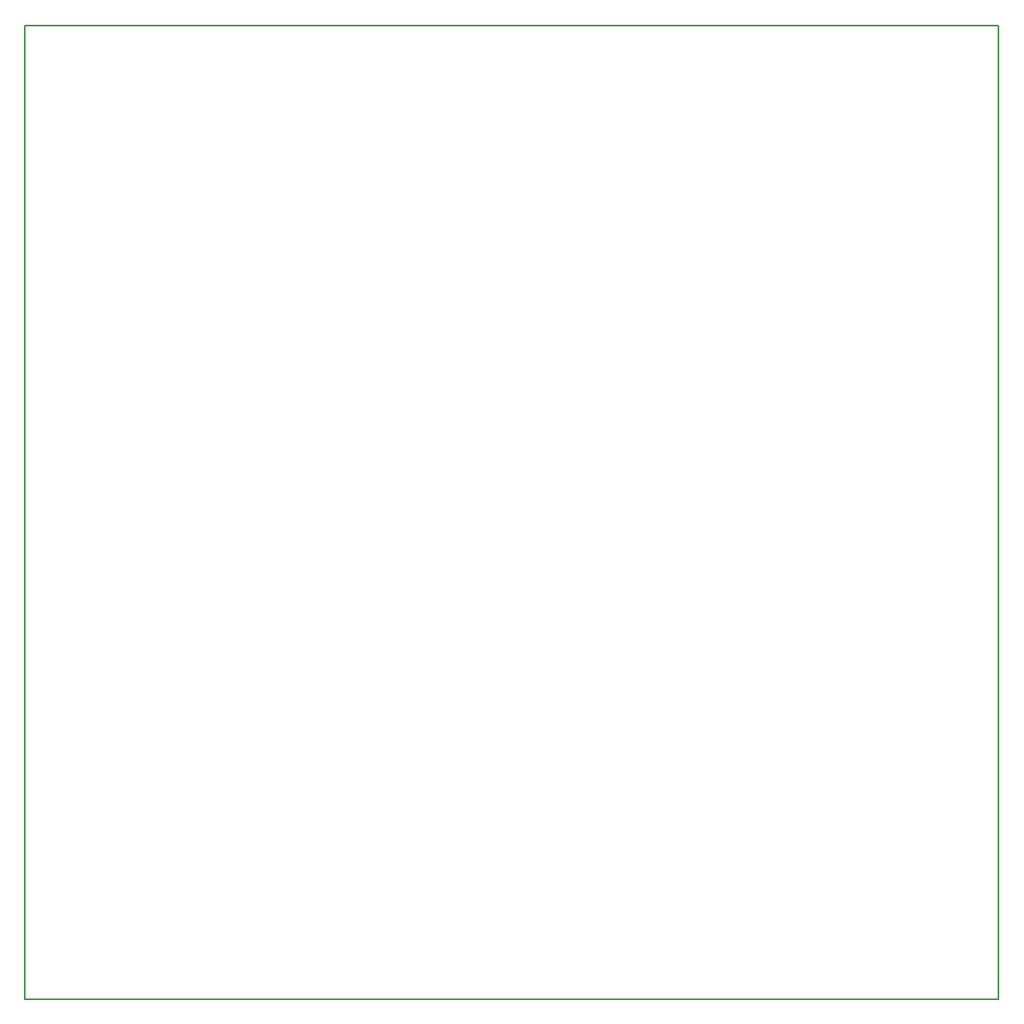
<source format=gm1>
G04 #@! TF.GenerationSoftware,KiCad,Pcbnew,5.1.12*
G04 #@! TF.CreationDate,2023-02-04T16:13:27-07:00*
G04 #@! TF.ProjectId,Talker,54616c6b-6572-42e6-9b69-6361645f7063,rev?*
G04 #@! TF.SameCoordinates,Original*
G04 #@! TF.FileFunction,Profile,NP*
%FSLAX46Y46*%
G04 Gerber Fmt 4.6, Leading zero omitted, Abs format (unit mm)*
G04 Created by KiCad (PCBNEW 5.1.12) date 2023-02-04 16:13:27*
%MOMM*%
%LPD*%
G01*
G04 APERTURE LIST*
G04 #@! TA.AperFunction,Profile*
%ADD10C,0.150000*%
G04 #@! TD*
G04 APERTURE END LIST*
D10*
X176100000Y-76200000D02*
X76200000Y-76200000D01*
X176100000Y-76200000D02*
X176100000Y-176100000D01*
X76200000Y-176100000D02*
X176100000Y-176100000D01*
X76200000Y-76200000D02*
X76200000Y-176100000D01*
M02*

</source>
